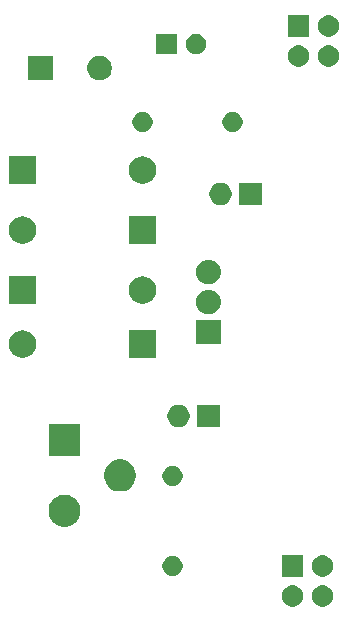
<source format=gts>
G04 #@! TF.GenerationSoftware,KiCad,Pcbnew,(5.1.5)-3*
G04 #@! TF.CreationDate,2020-04-25T12:46:17+05:30*
G04 #@! TF.ProjectId,bread power supply schematic,62726561-6420-4706-9f77-657220737570,rev?*
G04 #@! TF.SameCoordinates,Original*
G04 #@! TF.FileFunction,Soldermask,Top*
G04 #@! TF.FilePolarity,Negative*
%FSLAX46Y46*%
G04 Gerber Fmt 4.6, Leading zero omitted, Abs format (unit mm)*
G04 Created by KiCad (PCBNEW (5.1.5)-3) date 2020-04-25 12:46:17*
%MOMM*%
%LPD*%
G04 APERTURE LIST*
%ADD10C,0.100000*%
G04 APERTURE END LIST*
D10*
G36*
X143877512Y-168775927D02*
G01*
X144026812Y-168805624D01*
X144190784Y-168873544D01*
X144338354Y-168972147D01*
X144463853Y-169097646D01*
X144562456Y-169245216D01*
X144630376Y-169409188D01*
X144665000Y-169583259D01*
X144665000Y-169760741D01*
X144630376Y-169934812D01*
X144562456Y-170098784D01*
X144463853Y-170246354D01*
X144338354Y-170371853D01*
X144190784Y-170470456D01*
X144026812Y-170538376D01*
X143877512Y-170568073D01*
X143852742Y-170573000D01*
X143675258Y-170573000D01*
X143650488Y-170568073D01*
X143501188Y-170538376D01*
X143337216Y-170470456D01*
X143189646Y-170371853D01*
X143064147Y-170246354D01*
X142965544Y-170098784D01*
X142897624Y-169934812D01*
X142863000Y-169760741D01*
X142863000Y-169583259D01*
X142897624Y-169409188D01*
X142965544Y-169245216D01*
X143064147Y-169097646D01*
X143189646Y-168972147D01*
X143337216Y-168873544D01*
X143501188Y-168805624D01*
X143650488Y-168775927D01*
X143675258Y-168771000D01*
X143852742Y-168771000D01*
X143877512Y-168775927D01*
G37*
G36*
X141337512Y-168775927D02*
G01*
X141486812Y-168805624D01*
X141650784Y-168873544D01*
X141798354Y-168972147D01*
X141923853Y-169097646D01*
X142022456Y-169245216D01*
X142090376Y-169409188D01*
X142125000Y-169583259D01*
X142125000Y-169760741D01*
X142090376Y-169934812D01*
X142022456Y-170098784D01*
X141923853Y-170246354D01*
X141798354Y-170371853D01*
X141650784Y-170470456D01*
X141486812Y-170538376D01*
X141337512Y-170568073D01*
X141312742Y-170573000D01*
X141135258Y-170573000D01*
X141110488Y-170568073D01*
X140961188Y-170538376D01*
X140797216Y-170470456D01*
X140649646Y-170371853D01*
X140524147Y-170246354D01*
X140425544Y-170098784D01*
X140357624Y-169934812D01*
X140323000Y-169760741D01*
X140323000Y-169583259D01*
X140357624Y-169409188D01*
X140425544Y-169245216D01*
X140524147Y-169097646D01*
X140649646Y-168972147D01*
X140797216Y-168873544D01*
X140961188Y-168805624D01*
X141110488Y-168775927D01*
X141135258Y-168771000D01*
X141312742Y-168771000D01*
X141337512Y-168775927D01*
G37*
G36*
X143877512Y-166235927D02*
G01*
X144026812Y-166265624D01*
X144190784Y-166333544D01*
X144338354Y-166432147D01*
X144463853Y-166557646D01*
X144562456Y-166705216D01*
X144630376Y-166869188D01*
X144665000Y-167043259D01*
X144665000Y-167220741D01*
X144630376Y-167394812D01*
X144562456Y-167558784D01*
X144463853Y-167706354D01*
X144338354Y-167831853D01*
X144190784Y-167930456D01*
X144026812Y-167998376D01*
X143877512Y-168028073D01*
X143852742Y-168033000D01*
X143675258Y-168033000D01*
X143650488Y-168028073D01*
X143501188Y-167998376D01*
X143337216Y-167930456D01*
X143189646Y-167831853D01*
X143064147Y-167706354D01*
X142965544Y-167558784D01*
X142897624Y-167394812D01*
X142863000Y-167220741D01*
X142863000Y-167043259D01*
X142897624Y-166869188D01*
X142965544Y-166705216D01*
X143064147Y-166557646D01*
X143189646Y-166432147D01*
X143337216Y-166333544D01*
X143501188Y-166265624D01*
X143650488Y-166235927D01*
X143675258Y-166231000D01*
X143852742Y-166231000D01*
X143877512Y-166235927D01*
G37*
G36*
X142125000Y-168033000D02*
G01*
X140323000Y-168033000D01*
X140323000Y-166231000D01*
X142125000Y-166231000D01*
X142125000Y-168033000D01*
G37*
G36*
X131312228Y-166313703D02*
G01*
X131467100Y-166377853D01*
X131606481Y-166470985D01*
X131725015Y-166589519D01*
X131818147Y-166728900D01*
X131882297Y-166883772D01*
X131915000Y-167048184D01*
X131915000Y-167215816D01*
X131882297Y-167380228D01*
X131818147Y-167535100D01*
X131725015Y-167674481D01*
X131606481Y-167793015D01*
X131467100Y-167886147D01*
X131312228Y-167950297D01*
X131147816Y-167983000D01*
X130980184Y-167983000D01*
X130815772Y-167950297D01*
X130660900Y-167886147D01*
X130521519Y-167793015D01*
X130402985Y-167674481D01*
X130309853Y-167535100D01*
X130245703Y-167380228D01*
X130213000Y-167215816D01*
X130213000Y-167048184D01*
X130245703Y-166883772D01*
X130309853Y-166728900D01*
X130402985Y-166589519D01*
X130521519Y-166470985D01*
X130660900Y-166377853D01*
X130815772Y-166313703D01*
X130980184Y-166281000D01*
X131147816Y-166281000D01*
X131312228Y-166313703D01*
G37*
G36*
X122314072Y-161164918D02*
G01*
X122559939Y-161266759D01*
X122781212Y-161414610D01*
X122969390Y-161602788D01*
X123117241Y-161824061D01*
X123219082Y-162069928D01*
X123271000Y-162330938D01*
X123271000Y-162597062D01*
X123219082Y-162858072D01*
X123117241Y-163103939D01*
X122969390Y-163325212D01*
X122781212Y-163513390D01*
X122559939Y-163661241D01*
X122559938Y-163661242D01*
X122559937Y-163661242D01*
X122314072Y-163763082D01*
X122053063Y-163815000D01*
X121786937Y-163815000D01*
X121525928Y-163763082D01*
X121280063Y-163661242D01*
X121280062Y-163661242D01*
X121280061Y-163661241D01*
X121058788Y-163513390D01*
X120870610Y-163325212D01*
X120722759Y-163103939D01*
X120620918Y-162858072D01*
X120569000Y-162597062D01*
X120569000Y-162330938D01*
X120620918Y-162069928D01*
X120722759Y-161824061D01*
X120870610Y-161602788D01*
X121058788Y-161414610D01*
X121280061Y-161266759D01*
X121525928Y-161164918D01*
X121786937Y-161113000D01*
X122053063Y-161113000D01*
X122314072Y-161164918D01*
G37*
G36*
X127014072Y-158164918D02*
G01*
X127259939Y-158266759D01*
X127371328Y-158341187D01*
X127481211Y-158414609D01*
X127669391Y-158602789D01*
X127817242Y-158824063D01*
X127919082Y-159069928D01*
X127971000Y-159330937D01*
X127971000Y-159597063D01*
X127919082Y-159858072D01*
X127837728Y-160054480D01*
X127817241Y-160103939D01*
X127669390Y-160325212D01*
X127481212Y-160513390D01*
X127259939Y-160661241D01*
X127259938Y-160661242D01*
X127259937Y-160661242D01*
X127014072Y-160763082D01*
X126753063Y-160815000D01*
X126486937Y-160815000D01*
X126225928Y-160763082D01*
X125980063Y-160661242D01*
X125980062Y-160661242D01*
X125980061Y-160661241D01*
X125758788Y-160513390D01*
X125570610Y-160325212D01*
X125422759Y-160103939D01*
X125402273Y-160054480D01*
X125320918Y-159858072D01*
X125269000Y-159597063D01*
X125269000Y-159330937D01*
X125320918Y-159069928D01*
X125422758Y-158824063D01*
X125570609Y-158602789D01*
X125758789Y-158414609D01*
X125868672Y-158341187D01*
X125980061Y-158266759D01*
X126225928Y-158164918D01*
X126486937Y-158113000D01*
X126753063Y-158113000D01*
X127014072Y-158164918D01*
G37*
G36*
X131312228Y-158693703D02*
G01*
X131467100Y-158757853D01*
X131606481Y-158850985D01*
X131725015Y-158969519D01*
X131818147Y-159108900D01*
X131882297Y-159263772D01*
X131915000Y-159428184D01*
X131915000Y-159595816D01*
X131882297Y-159760228D01*
X131818147Y-159915100D01*
X131725015Y-160054481D01*
X131606481Y-160173015D01*
X131467100Y-160266147D01*
X131312228Y-160330297D01*
X131147816Y-160363000D01*
X130980184Y-160363000D01*
X130815772Y-160330297D01*
X130660900Y-160266147D01*
X130521519Y-160173015D01*
X130402985Y-160054481D01*
X130309853Y-159915100D01*
X130245703Y-159760228D01*
X130213000Y-159595816D01*
X130213000Y-159428184D01*
X130245703Y-159263772D01*
X130309853Y-159108900D01*
X130402985Y-158969519D01*
X130521519Y-158850985D01*
X130660900Y-158757853D01*
X130815772Y-158693703D01*
X130980184Y-158661000D01*
X131147816Y-158661000D01*
X131312228Y-158693703D01*
G37*
G36*
X123271000Y-157815000D02*
G01*
X120569000Y-157815000D01*
X120569000Y-155113000D01*
X123271000Y-155113000D01*
X123271000Y-157815000D01*
G37*
G36*
X135063000Y-155383000D02*
G01*
X133161000Y-155383000D01*
X133161000Y-153481000D01*
X135063000Y-153481000D01*
X135063000Y-155383000D01*
G37*
G36*
X131849395Y-153517546D02*
G01*
X132022466Y-153589234D01*
X132022467Y-153589235D01*
X132178227Y-153693310D01*
X132310690Y-153825773D01*
X132310691Y-153825775D01*
X132414766Y-153981534D01*
X132486454Y-154154605D01*
X132523000Y-154338333D01*
X132523000Y-154525667D01*
X132486454Y-154709395D01*
X132414766Y-154882466D01*
X132414765Y-154882467D01*
X132310690Y-155038227D01*
X132178227Y-155170690D01*
X132099818Y-155223081D01*
X132022466Y-155274766D01*
X131849395Y-155346454D01*
X131665667Y-155383000D01*
X131478333Y-155383000D01*
X131294605Y-155346454D01*
X131121534Y-155274766D01*
X131044182Y-155223081D01*
X130965773Y-155170690D01*
X130833310Y-155038227D01*
X130729235Y-154882467D01*
X130729234Y-154882466D01*
X130657546Y-154709395D01*
X130621000Y-154525667D01*
X130621000Y-154338333D01*
X130657546Y-154154605D01*
X130729234Y-153981534D01*
X130833309Y-153825775D01*
X130833310Y-153825773D01*
X130965773Y-153693310D01*
X131121533Y-153589235D01*
X131121534Y-153589234D01*
X131294605Y-153517546D01*
X131478333Y-153481000D01*
X131665667Y-153481000D01*
X131849395Y-153517546D01*
G37*
G36*
X118588549Y-147207116D02*
G01*
X118699734Y-147229232D01*
X118909203Y-147315997D01*
X119097720Y-147441960D01*
X119258040Y-147602280D01*
X119384003Y-147790797D01*
X119470768Y-148000266D01*
X119515000Y-148222636D01*
X119515000Y-148449364D01*
X119470768Y-148671734D01*
X119384003Y-148881203D01*
X119258040Y-149069720D01*
X119097720Y-149230040D01*
X118909203Y-149356003D01*
X118699734Y-149442768D01*
X118588549Y-149464884D01*
X118477365Y-149487000D01*
X118250635Y-149487000D01*
X118139451Y-149464884D01*
X118028266Y-149442768D01*
X117818797Y-149356003D01*
X117630280Y-149230040D01*
X117469960Y-149069720D01*
X117343997Y-148881203D01*
X117257232Y-148671734D01*
X117213000Y-148449364D01*
X117213000Y-148222636D01*
X117257232Y-148000266D01*
X117343997Y-147790797D01*
X117469960Y-147602280D01*
X117630280Y-147441960D01*
X117818797Y-147315997D01*
X118028266Y-147229232D01*
X118139451Y-147207116D01*
X118250635Y-147185000D01*
X118477365Y-147185000D01*
X118588549Y-147207116D01*
G37*
G36*
X129675000Y-149487000D02*
G01*
X127373000Y-149487000D01*
X127373000Y-147185000D01*
X129675000Y-147185000D01*
X129675000Y-149487000D01*
G37*
G36*
X135163000Y-148323500D02*
G01*
X133061000Y-148323500D01*
X133061000Y-146316500D01*
X135163000Y-146316500D01*
X135163000Y-148323500D01*
G37*
G36*
X134257936Y-143781340D02*
G01*
X134356220Y-143791020D01*
X134545381Y-143848401D01*
X134719712Y-143941583D01*
X134872515Y-144066985D01*
X134997917Y-144219788D01*
X135091099Y-144394119D01*
X135148480Y-144583280D01*
X135167855Y-144780000D01*
X135148480Y-144976720D01*
X135091099Y-145165881D01*
X134997917Y-145340212D01*
X134872515Y-145493015D01*
X134719712Y-145618417D01*
X134545381Y-145711599D01*
X134356220Y-145768980D01*
X134257936Y-145778660D01*
X134208795Y-145783500D01*
X134015205Y-145783500D01*
X133966064Y-145778660D01*
X133867780Y-145768980D01*
X133678619Y-145711599D01*
X133504288Y-145618417D01*
X133351485Y-145493015D01*
X133226083Y-145340212D01*
X133132901Y-145165881D01*
X133075520Y-144976720D01*
X133056145Y-144780000D01*
X133075520Y-144583280D01*
X133132901Y-144394119D01*
X133226083Y-144219788D01*
X133351485Y-144066985D01*
X133504288Y-143941583D01*
X133678619Y-143848401D01*
X133867780Y-143791020D01*
X133966064Y-143781340D01*
X134015205Y-143776500D01*
X134208795Y-143776500D01*
X134257936Y-143781340D01*
G37*
G36*
X119515000Y-144915000D02*
G01*
X117213000Y-144915000D01*
X117213000Y-142613000D01*
X119515000Y-142613000D01*
X119515000Y-144915000D01*
G37*
G36*
X128748549Y-142635116D02*
G01*
X128859734Y-142657232D01*
X129069203Y-142743997D01*
X129257720Y-142869960D01*
X129418040Y-143030280D01*
X129544003Y-143218797D01*
X129630768Y-143428266D01*
X129675000Y-143650636D01*
X129675000Y-143877364D01*
X129630768Y-144099734D01*
X129544003Y-144309203D01*
X129418040Y-144497720D01*
X129257720Y-144658040D01*
X129069203Y-144784003D01*
X128859734Y-144870768D01*
X128748549Y-144892884D01*
X128637365Y-144915000D01*
X128410635Y-144915000D01*
X128299451Y-144892884D01*
X128188266Y-144870768D01*
X127978797Y-144784003D01*
X127790280Y-144658040D01*
X127629960Y-144497720D01*
X127503997Y-144309203D01*
X127417232Y-144099734D01*
X127373000Y-143877364D01*
X127373000Y-143650636D01*
X127417232Y-143428266D01*
X127503997Y-143218797D01*
X127629960Y-143030280D01*
X127790280Y-142869960D01*
X127978797Y-142743997D01*
X128188266Y-142657232D01*
X128299451Y-142635116D01*
X128410635Y-142613000D01*
X128637365Y-142613000D01*
X128748549Y-142635116D01*
G37*
G36*
X134257936Y-141241340D02*
G01*
X134356220Y-141251020D01*
X134545381Y-141308401D01*
X134719712Y-141401583D01*
X134872515Y-141526985D01*
X134997917Y-141679788D01*
X135091099Y-141854119D01*
X135148480Y-142043280D01*
X135167855Y-142240000D01*
X135148480Y-142436720D01*
X135091099Y-142625881D01*
X134997917Y-142800212D01*
X134872515Y-142953015D01*
X134719712Y-143078417D01*
X134545381Y-143171599D01*
X134356220Y-143228980D01*
X134257936Y-143238660D01*
X134208795Y-143243500D01*
X134015205Y-143243500D01*
X133966064Y-143238660D01*
X133867780Y-143228980D01*
X133678619Y-143171599D01*
X133504288Y-143078417D01*
X133351485Y-142953015D01*
X133226083Y-142800212D01*
X133132901Y-142625881D01*
X133075520Y-142436720D01*
X133056145Y-142240000D01*
X133075520Y-142043280D01*
X133132901Y-141854119D01*
X133226083Y-141679788D01*
X133351485Y-141526985D01*
X133504288Y-141401583D01*
X133678619Y-141308401D01*
X133867780Y-141251020D01*
X133966064Y-141241340D01*
X134015205Y-141236500D01*
X134208795Y-141236500D01*
X134257936Y-141241340D01*
G37*
G36*
X129675000Y-139835000D02*
G01*
X127373000Y-139835000D01*
X127373000Y-137533000D01*
X129675000Y-137533000D01*
X129675000Y-139835000D01*
G37*
G36*
X118588549Y-137555116D02*
G01*
X118699734Y-137577232D01*
X118909203Y-137663997D01*
X119097720Y-137789960D01*
X119258040Y-137950280D01*
X119384003Y-138138797D01*
X119470768Y-138348266D01*
X119515000Y-138570636D01*
X119515000Y-138797364D01*
X119470768Y-139019734D01*
X119384003Y-139229203D01*
X119258040Y-139417720D01*
X119097720Y-139578040D01*
X118909203Y-139704003D01*
X118699734Y-139790768D01*
X118588549Y-139812884D01*
X118477365Y-139835000D01*
X118250635Y-139835000D01*
X118139451Y-139812884D01*
X118028266Y-139790768D01*
X117818797Y-139704003D01*
X117630280Y-139578040D01*
X117469960Y-139417720D01*
X117343997Y-139229203D01*
X117257232Y-139019734D01*
X117213000Y-138797364D01*
X117213000Y-138570636D01*
X117257232Y-138348266D01*
X117343997Y-138138797D01*
X117469960Y-137950280D01*
X117630280Y-137789960D01*
X117818797Y-137663997D01*
X118028266Y-137577232D01*
X118139451Y-137555116D01*
X118250635Y-137533000D01*
X118477365Y-137533000D01*
X118588549Y-137555116D01*
G37*
G36*
X135405395Y-134721546D02*
G01*
X135578466Y-134793234D01*
X135578467Y-134793235D01*
X135734227Y-134897310D01*
X135866690Y-135029773D01*
X135866691Y-135029775D01*
X135970766Y-135185534D01*
X136042454Y-135358605D01*
X136079000Y-135542333D01*
X136079000Y-135729667D01*
X136042454Y-135913395D01*
X135970766Y-136086466D01*
X135970765Y-136086467D01*
X135866690Y-136242227D01*
X135734227Y-136374690D01*
X135655818Y-136427081D01*
X135578466Y-136478766D01*
X135405395Y-136550454D01*
X135221667Y-136587000D01*
X135034333Y-136587000D01*
X134850605Y-136550454D01*
X134677534Y-136478766D01*
X134600182Y-136427081D01*
X134521773Y-136374690D01*
X134389310Y-136242227D01*
X134285235Y-136086467D01*
X134285234Y-136086466D01*
X134213546Y-135913395D01*
X134177000Y-135729667D01*
X134177000Y-135542333D01*
X134213546Y-135358605D01*
X134285234Y-135185534D01*
X134389309Y-135029775D01*
X134389310Y-135029773D01*
X134521773Y-134897310D01*
X134677533Y-134793235D01*
X134677534Y-134793234D01*
X134850605Y-134721546D01*
X135034333Y-134685000D01*
X135221667Y-134685000D01*
X135405395Y-134721546D01*
G37*
G36*
X138619000Y-136587000D02*
G01*
X136717000Y-136587000D01*
X136717000Y-134685000D01*
X138619000Y-134685000D01*
X138619000Y-136587000D01*
G37*
G36*
X128748549Y-132475116D02*
G01*
X128859734Y-132497232D01*
X129069203Y-132583997D01*
X129257720Y-132709960D01*
X129418040Y-132870280D01*
X129544003Y-133058797D01*
X129630768Y-133268266D01*
X129675000Y-133490636D01*
X129675000Y-133717364D01*
X129630768Y-133939734D01*
X129544003Y-134149203D01*
X129418040Y-134337720D01*
X129257720Y-134498040D01*
X129069203Y-134624003D01*
X128859734Y-134710768D01*
X128805549Y-134721546D01*
X128637365Y-134755000D01*
X128410635Y-134755000D01*
X128242451Y-134721546D01*
X128188266Y-134710768D01*
X127978797Y-134624003D01*
X127790280Y-134498040D01*
X127629960Y-134337720D01*
X127503997Y-134149203D01*
X127417232Y-133939734D01*
X127373000Y-133717364D01*
X127373000Y-133490636D01*
X127417232Y-133268266D01*
X127503997Y-133058797D01*
X127629960Y-132870280D01*
X127790280Y-132709960D01*
X127978797Y-132583997D01*
X128188266Y-132497232D01*
X128299451Y-132475116D01*
X128410635Y-132453000D01*
X128637365Y-132453000D01*
X128748549Y-132475116D01*
G37*
G36*
X119515000Y-134755000D02*
G01*
X117213000Y-134755000D01*
X117213000Y-132453000D01*
X119515000Y-132453000D01*
X119515000Y-134755000D01*
G37*
G36*
X128772228Y-128721703D02*
G01*
X128927100Y-128785853D01*
X129066481Y-128878985D01*
X129185015Y-128997519D01*
X129278147Y-129136900D01*
X129342297Y-129291772D01*
X129375000Y-129456184D01*
X129375000Y-129623816D01*
X129342297Y-129788228D01*
X129278147Y-129943100D01*
X129185015Y-130082481D01*
X129066481Y-130201015D01*
X128927100Y-130294147D01*
X128772228Y-130358297D01*
X128607816Y-130391000D01*
X128440184Y-130391000D01*
X128275772Y-130358297D01*
X128120900Y-130294147D01*
X127981519Y-130201015D01*
X127862985Y-130082481D01*
X127769853Y-129943100D01*
X127705703Y-129788228D01*
X127673000Y-129623816D01*
X127673000Y-129456184D01*
X127705703Y-129291772D01*
X127769853Y-129136900D01*
X127862985Y-128997519D01*
X127981519Y-128878985D01*
X128120900Y-128785853D01*
X128275772Y-128721703D01*
X128440184Y-128689000D01*
X128607816Y-128689000D01*
X128772228Y-128721703D01*
G37*
G36*
X136392228Y-128721703D02*
G01*
X136547100Y-128785853D01*
X136686481Y-128878985D01*
X136805015Y-128997519D01*
X136898147Y-129136900D01*
X136962297Y-129291772D01*
X136995000Y-129456184D01*
X136995000Y-129623816D01*
X136962297Y-129788228D01*
X136898147Y-129943100D01*
X136805015Y-130082481D01*
X136686481Y-130201015D01*
X136547100Y-130294147D01*
X136392228Y-130358297D01*
X136227816Y-130391000D01*
X136060184Y-130391000D01*
X135895772Y-130358297D01*
X135740900Y-130294147D01*
X135601519Y-130201015D01*
X135482985Y-130082481D01*
X135389853Y-129943100D01*
X135325703Y-129788228D01*
X135293000Y-129623816D01*
X135293000Y-129456184D01*
X135325703Y-129291772D01*
X135389853Y-129136900D01*
X135482985Y-128997519D01*
X135601519Y-128878985D01*
X135740900Y-128785853D01*
X135895772Y-128721703D01*
X136060184Y-128689000D01*
X136227816Y-128689000D01*
X136392228Y-128721703D01*
G37*
G36*
X120939000Y-126019000D02*
G01*
X118837000Y-126019000D01*
X118837000Y-123917000D01*
X120939000Y-123917000D01*
X120939000Y-126019000D01*
G37*
G36*
X125194564Y-123957389D02*
G01*
X125385833Y-124036615D01*
X125385835Y-124036616D01*
X125392008Y-124040741D01*
X125557973Y-124151635D01*
X125704365Y-124298027D01*
X125819385Y-124470167D01*
X125898611Y-124661436D01*
X125939000Y-124864484D01*
X125939000Y-125071516D01*
X125898611Y-125274564D01*
X125819385Y-125465833D01*
X125819384Y-125465835D01*
X125704365Y-125637973D01*
X125557973Y-125784365D01*
X125385835Y-125899384D01*
X125385834Y-125899385D01*
X125385833Y-125899385D01*
X125194564Y-125978611D01*
X124991516Y-126019000D01*
X124784484Y-126019000D01*
X124581436Y-125978611D01*
X124390167Y-125899385D01*
X124390166Y-125899385D01*
X124390165Y-125899384D01*
X124218027Y-125784365D01*
X124071635Y-125637973D01*
X123956616Y-125465835D01*
X123956615Y-125465833D01*
X123877389Y-125274564D01*
X123837000Y-125071516D01*
X123837000Y-124864484D01*
X123877389Y-124661436D01*
X123956615Y-124470167D01*
X124071635Y-124298027D01*
X124218027Y-124151635D01*
X124383992Y-124040741D01*
X124390165Y-124036616D01*
X124390167Y-124036615D01*
X124581436Y-123957389D01*
X124784484Y-123917000D01*
X124991516Y-123917000D01*
X125194564Y-123957389D01*
G37*
G36*
X144385512Y-123055927D02*
G01*
X144534812Y-123085624D01*
X144698784Y-123153544D01*
X144846354Y-123252147D01*
X144971853Y-123377646D01*
X145070456Y-123525216D01*
X145138376Y-123689188D01*
X145173000Y-123863259D01*
X145173000Y-124040741D01*
X145138376Y-124214812D01*
X145070456Y-124378784D01*
X144971853Y-124526354D01*
X144846354Y-124651853D01*
X144698784Y-124750456D01*
X144534812Y-124818376D01*
X144385512Y-124848073D01*
X144360742Y-124853000D01*
X144183258Y-124853000D01*
X144158488Y-124848073D01*
X144009188Y-124818376D01*
X143845216Y-124750456D01*
X143697646Y-124651853D01*
X143572147Y-124526354D01*
X143473544Y-124378784D01*
X143405624Y-124214812D01*
X143371000Y-124040741D01*
X143371000Y-123863259D01*
X143405624Y-123689188D01*
X143473544Y-123525216D01*
X143572147Y-123377646D01*
X143697646Y-123252147D01*
X143845216Y-123153544D01*
X144009188Y-123085624D01*
X144158488Y-123055927D01*
X144183258Y-123051000D01*
X144360742Y-123051000D01*
X144385512Y-123055927D01*
G37*
G36*
X141845512Y-123055927D02*
G01*
X141994812Y-123085624D01*
X142158784Y-123153544D01*
X142306354Y-123252147D01*
X142431853Y-123377646D01*
X142530456Y-123525216D01*
X142598376Y-123689188D01*
X142633000Y-123863259D01*
X142633000Y-124040741D01*
X142598376Y-124214812D01*
X142530456Y-124378784D01*
X142431853Y-124526354D01*
X142306354Y-124651853D01*
X142158784Y-124750456D01*
X141994812Y-124818376D01*
X141845512Y-124848073D01*
X141820742Y-124853000D01*
X141643258Y-124853000D01*
X141618488Y-124848073D01*
X141469188Y-124818376D01*
X141305216Y-124750456D01*
X141157646Y-124651853D01*
X141032147Y-124526354D01*
X140933544Y-124378784D01*
X140865624Y-124214812D01*
X140831000Y-124040741D01*
X140831000Y-123863259D01*
X140865624Y-123689188D01*
X140933544Y-123525216D01*
X141032147Y-123377646D01*
X141157646Y-123252147D01*
X141305216Y-123153544D01*
X141469188Y-123085624D01*
X141618488Y-123055927D01*
X141643258Y-123051000D01*
X141820742Y-123051000D01*
X141845512Y-123055927D01*
G37*
G36*
X133304228Y-122117703D02*
G01*
X133459100Y-122181853D01*
X133598481Y-122274985D01*
X133717015Y-122393519D01*
X133810147Y-122532900D01*
X133874297Y-122687772D01*
X133907000Y-122852184D01*
X133907000Y-123019816D01*
X133874297Y-123184228D01*
X133810147Y-123339100D01*
X133717015Y-123478481D01*
X133598481Y-123597015D01*
X133459100Y-123690147D01*
X133304228Y-123754297D01*
X133139816Y-123787000D01*
X132972184Y-123787000D01*
X132807772Y-123754297D01*
X132652900Y-123690147D01*
X132513519Y-123597015D01*
X132394985Y-123478481D01*
X132301853Y-123339100D01*
X132237703Y-123184228D01*
X132205000Y-123019816D01*
X132205000Y-122852184D01*
X132237703Y-122687772D01*
X132301853Y-122532900D01*
X132394985Y-122393519D01*
X132513519Y-122274985D01*
X132652900Y-122181853D01*
X132807772Y-122117703D01*
X132972184Y-122085000D01*
X133139816Y-122085000D01*
X133304228Y-122117703D01*
G37*
G36*
X131407000Y-123787000D02*
G01*
X129705000Y-123787000D01*
X129705000Y-122085000D01*
X131407000Y-122085000D01*
X131407000Y-123787000D01*
G37*
G36*
X142633000Y-122313000D02*
G01*
X140831000Y-122313000D01*
X140831000Y-120511000D01*
X142633000Y-120511000D01*
X142633000Y-122313000D01*
G37*
G36*
X144385512Y-120515927D02*
G01*
X144534812Y-120545624D01*
X144698784Y-120613544D01*
X144846354Y-120712147D01*
X144971853Y-120837646D01*
X145070456Y-120985216D01*
X145138376Y-121149188D01*
X145173000Y-121323259D01*
X145173000Y-121500741D01*
X145138376Y-121674812D01*
X145070456Y-121838784D01*
X144971853Y-121986354D01*
X144846354Y-122111853D01*
X144698784Y-122210456D01*
X144534812Y-122278376D01*
X144385512Y-122308073D01*
X144360742Y-122313000D01*
X144183258Y-122313000D01*
X144158488Y-122308073D01*
X144009188Y-122278376D01*
X143845216Y-122210456D01*
X143697646Y-122111853D01*
X143572147Y-121986354D01*
X143473544Y-121838784D01*
X143405624Y-121674812D01*
X143371000Y-121500741D01*
X143371000Y-121323259D01*
X143405624Y-121149188D01*
X143473544Y-120985216D01*
X143572147Y-120837646D01*
X143697646Y-120712147D01*
X143845216Y-120613544D01*
X144009188Y-120545624D01*
X144158488Y-120515927D01*
X144183258Y-120511000D01*
X144360742Y-120511000D01*
X144385512Y-120515927D01*
G37*
M02*

</source>
